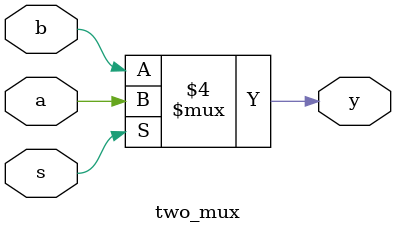
<source format=v>
module two_mux(
    input a,
	input b,
	input s,
	output reg y
);

always@(*)
begin
	if(s==1'b1)
		y = a;
	else
		y = b;
end
endmodule

</source>
